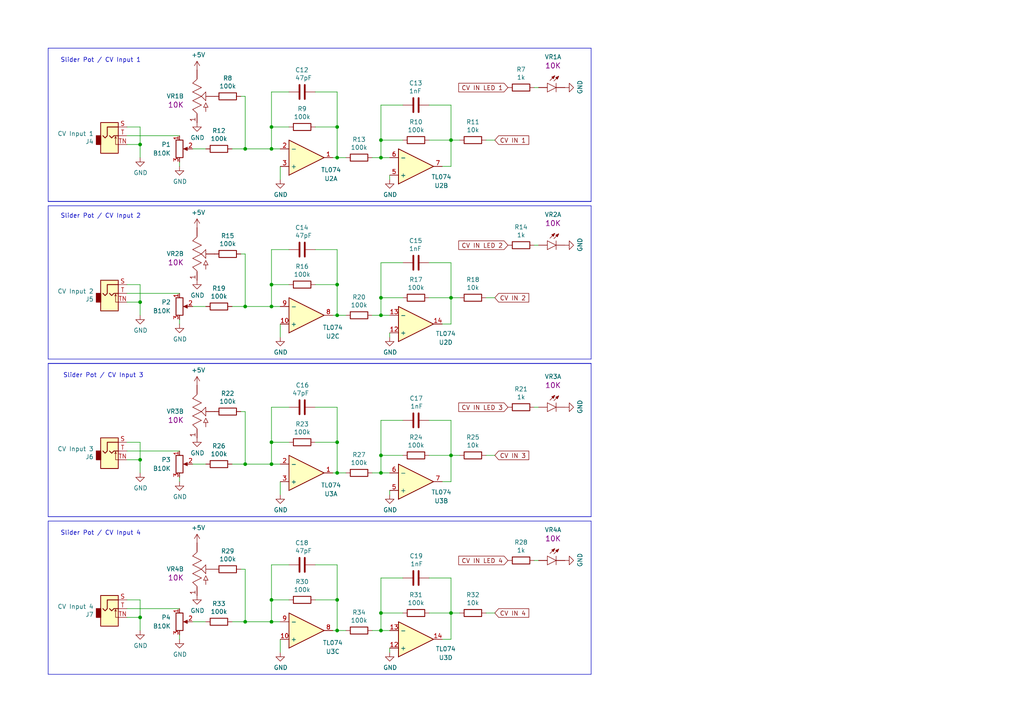
<source format=kicad_sch>
(kicad_sch (version 20231120) (generator "eeschema") (generator_version "8.0")
  (paper "A4")
  (title_block (title "Fluid") (date "2024-08-14") (rev "v0.1") (company "AWSM") (comment 1 "Adam Wonak"))
  (lib_symbols
    (symbol "4ms_Potentiometer:Pot_Slider_LED_20mm_100K" (pin_numbers hide) (pin_names (offset 1.016) hide)
      (property "Reference" "VR" (at 8.89 7.62 0))
      (property "Display" "LED Slider" (at 7.62 5.08 0))
      (symbol "Pot_Slider_LED_20mm_100K_1_0"
        (polyline (pts (xy 0 -1.27) (xy 0 0)))
        (polyline (pts (xy 0 0) (xy 0 1.27)))
        (polyline (pts (xy 0 0) (xy 2.54 1.27)))
        (polyline (pts (xy 0.635 1.905) (xy -0.762 3.302)))
        (polyline (pts (xy 1.778 2.032) (xy 0.381 3.429)))
        (polyline (pts (xy 2.54 -1.27) (xy 0 0)))
        (polyline (pts (xy 2.54 -1.27) (xy 2.54 1.27)))
      )
      (symbol "Pot_Slider_LED_20mm_100K_1_1"
        (polyline (pts (xy -0.762 3.302) (xy 0.127 2.921) (xy 0.127 2.921) (xy -0.381 2.413) (xy -0.381 2.413) (xy -0.762 3.302)) (fill (type outline)))
        (polyline (pts (xy 0.381 3.429) (xy 1.27 3.048) (xy 1.27 3.048) (xy 0.762 2.54) (xy 0.762 2.54) (xy 0.381 3.429)) (fill (type outline)))
        (pin passive line (at 5.08 0 180) (length 2.54) (name "A") (number "LEDA"))
        (pin passive line (at -2.54 0 0) (length 2.54) (name "C") (number "LEDC"))
      )
      (symbol "Pot_Slider_LED_20mm_100K_2_0"
        (polyline (pts (xy -1.27 -3.81) (xy 0 -4.953)))
        (polyline (pts (xy -1.27 -1.27) (xy 1.27 -2.54)))
        (polyline (pts (xy -1.27 1.27) (xy 1.27 0)))
        (polyline (pts (xy -1.27 3.81) (xy 1.27 2.54)))
        (polyline (pts (xy 0 4.953) (xy -1.27 3.81)))
        (polyline (pts (xy 1.27 -2.54) (xy -1.27 -3.81)))
        (polyline (pts (xy 1.27 0) (xy -1.27 -1.27)))
        (polyline (pts (xy 1.27 0) (xy 2.54 1.27)))
        (polyline (pts (xy 1.27 2.54) (xy -1.27 1.27)))
        (polyline (pts (xy 1.905 -3.175) (xy 2.54 -3.175)))
        (polyline (pts (xy 2.54 -4.445) (xy 2.54 -3.175)))
        (polyline (pts (xy 2.54 -3.175) (xy 3.175 -3.175)))
        (polyline (pts (xy 2.54 -1.905) (xy 1.905 -3.175)))
        (polyline (pts (xy 2.54 -1.27) (xy 1.27 0)))
        (polyline (pts (xy 2.54 1.27) (xy 2.54 -1.27)))
        (polyline (pts (xy 3.175 -3.175) (xy 2.54 -1.905)))
        (text "1" (at -1.2192 -6.7056 900) (effects (font (size 1.4224 1.4224))))
      )
      (symbol "Pot_Slider_LED_20mm_100K_2_1"
        (pin no_connect non_logic (at -1.27 0 0) (length 2.54) hide (name "NC") (number "NC"))
        (pin passive line (at 0 -7.62 90) (length 2.54) (name "1") (number "P1"))
        (pin passive line (at 5.08 0 180) (length 2.54) (name "2") (number "P2"))
        (pin passive line (at 0 7.62 270) (length 2.54) (name "3") (number "P3"))
      )
    )
    (symbol "Connector:AudioJack2_SwitchT"
      (property "Reference" "J" (at 0 8.89 0))
      (property "Value" "AudioJack2_SwitchT" (at 0 6.35 0))
      (symbol "AudioJack2_SwitchT_0_1"
        (rectangle (start -2.54 0) (end -3.81 -2.54) (stroke (width 0.254)) (fill (type outline)))
        (polyline (pts (xy 1.778 -0.254) (xy 2.032 -0.762)))
        (polyline (pts (xy 0 0) (xy 0.635 -0.635) (xy 1.27 0) (xy 2.54 0)) (stroke (width 0.254)))
        (polyline (pts (xy 2.54 -2.54) (xy 1.778 -2.54) (xy 1.778 -0.254) (xy 1.524 -0.762)))
        (polyline (pts (xy 2.54 2.54) (xy -0.635 2.54) (xy -0.635 0) (xy -1.27 -0.635) (xy -1.905 0)) (stroke (width 0.254)))
        (rectangle (start 2.54 3.81) (end -2.54 -5.08) (stroke (width 0.254)) (fill (type background)))
      )
      (symbol "AudioJack2_SwitchT_1_1"
        (pin passive line (at 5.08 2.54 180) (length 2.54) (name "~") (number "S"))
        (pin passive line (at 5.08 0 180) (length 2.54) (name "~") (number "T"))
        (pin passive line (at 5.08 -2.54 180) (length 2.54) (name "~") (number "TN"))
      )
    )
    (symbol "Device:C" (pin_numbers hide) (pin_names (offset 0.254))
      (property "Reference" "C" (at 0.635 2.54 0))
      (property "Value" "C" (at 0.635 -2.54 0))
      (symbol "C_0_1"
        (polyline (pts (xy -2.032 -0.762) (xy 2.032 -0.762)) (stroke (width 0.508)))
        (polyline (pts (xy -2.032 0.762) (xy 2.032 0.762)) (stroke (width 0.508)))
      )
      (symbol "C_1_1"
        (pin passive line (at 0 3.81 270) (length 2.794) (name "~") (number "1"))
        (pin passive line (at 0 -3.81 90) (length 2.794) (name "~") (number "2"))
      )
    )
    (symbol "Device:Opamp_Quad"
      (property "Reference" "U" (at 0 5.08 0))
      (property "Value" "Opamp_Quad" (at 0 -5.08 0))
      (symbol "Opamp_Quad_1_1"
        (polyline (pts (xy -5.08 5.08) (xy 5.08 0) (xy -5.08 -5.08) (xy -5.08 5.08)) (stroke (width 0.254)) (fill (type background)))
        (pin output line (at 7.62 0 180) (length 2.54) (name "~") (number "1"))
        (pin input line (at -7.62 -2.54 0) (length 2.54) (name "-") (number "2"))
        (pin input line (at -7.62 2.54 0) (length 2.54) (name "+") (number "3"))
      )
      (symbol "Opamp_Quad_2_1"
        (polyline (pts (xy -5.08 5.08) (xy 5.08 0) (xy -5.08 -5.08) (xy -5.08 5.08)) (stroke (width 0.254)) (fill (type background)))
        (pin input line (at -7.62 2.54 0) (length 2.54) (name "+") (number "5"))
        (pin input line (at -7.62 -2.54 0) (length 2.54) (name "-") (number "6"))
        (pin output line (at 7.62 0 180) (length 2.54) (name "~") (number "7"))
      )
      (symbol "Opamp_Quad_3_1"
        (polyline (pts (xy -5.08 5.08) (xy 5.08 0) (xy -5.08 -5.08) (xy -5.08 5.08)) (stroke (width 0.254)) (fill (type background)))
        (pin input line (at -7.62 2.54 0) (length 2.54) (name "+") (number "10"))
        (pin output line (at 7.62 0 180) (length 2.54) (name "~") (number "8"))
        (pin input line (at -7.62 -2.54 0) (length 2.54) (name "-") (number "9"))
      )
      (symbol "Opamp_Quad_4_1"
        (polyline (pts (xy -5.08 5.08) (xy 5.08 0) (xy -5.08 -5.08) (xy -5.08 5.08)) (stroke (width 0.254)) (fill (type background)))
        (pin input line (at -7.62 2.54 0) (length 2.54) (name "+") (number "12"))
        (pin input line (at -7.62 -2.54 0) (length 2.54) (name "-") (number "13"))
        (pin output line (at 7.62 0 180) (length 2.54) (name "~") (number "14"))
      )
      (symbol "Opamp_Quad_5_1"
        (pin power_in line (at -2.54 -7.62 90) (length 3.81) (name "V-") (number "11"))
        (pin power_in line (at -2.54 7.62 270) (length 3.81) (name "V+") (number "4"))
      )
    )
    (symbol "Device:R" (pin_numbers hide) (pin_names (offset 0))
      (property "Reference" "R" (at 2.032 0 90))
      (property "Value" "R" (at 0 0 90))
      (symbol "R_0_1"
        (rectangle (start -1.016 -2.54) (end 1.016 2.54) (stroke (width 0.254)))
      )
      (symbol "R_1_1"
        (pin passive line (at 0 3.81 270) (length 1.27) (name "~") (number "1"))
        (pin passive line (at 0 -3.81 90) (length 1.27) (name "~") (number "2"))
      )
    )
    (symbol "Device:R_Potentiometer" (pin_names (offset 1.016) hide)
      (property "Reference" "RV" (at -4.445 0 90))
      (property "Value" "R_Potentiometer" (at -2.54 0 90))
      (symbol "R_Potentiometer_0_1"
        (polyline (pts (xy 2.54 0) (xy 1.524 0)))
        (polyline (pts (xy 1.143 0) (xy 2.286 0.508) (xy 2.286 -0.508) (xy 1.143 0)) (fill (type outline)))
        (rectangle (start 1.016 2.54) (end -1.016 -2.54) (stroke (width 0.254)))
      )
      (symbol "R_Potentiometer_1_1"
        (pin passive line (at 0 3.81 270) (length 1.27) (name "1") (number "1"))
        (pin passive line (at 3.81 0 180) (length 1.27) (name "2") (number "2"))
        (pin passive line (at 0 -3.81 90) (length 1.27) (name "3") (number "3"))
      )
    )
    (symbol "power:+5V" (power) (pin_names (offset 0))
      (property "Value" "+5V" (at 0 3.556 0))
      (symbol "+5V_0_1"
        (polyline (pts (xy -0.762 1.27) (xy 0 2.54)))
        (polyline (pts (xy 0 0) (xy 0 2.54)))
        (polyline (pts (xy 0 2.54) (xy 0.762 1.27)))
      )
      (symbol "+5V_1_1"
        (pin power_in line (at 0 0 90) (length 0) hide (name "+5V") (number "1"))
      )
    )
    (symbol "power:GND" (power) (pin_names (offset 0))
      (property "Value" "GND" (at 0 -3.81 0))
      (symbol "GND_0_1"
        (polyline (pts (xy 0 0) (xy 0 -1.27) (xy 1.27 -1.27) (xy 0 -2.54) (xy -1.27 -1.27) (xy 0 -1.27)))
      )
      (symbol "GND_1_1"
        (pin power_in line (at 0 0 270) (length 0) hide (name "GND") (number "1"))
      )
    )
  )
  (junction (at 97.79 182.88))
  (junction (at 97.79 173.99))
  (junction (at 110.49 40.64))
  (junction (at 97.79 45.72))
  (junction (at 110.49 132.08))
  (junction (at 71.12 180.34))
  (junction (at 78.74 128.27))
  (junction (at 110.49 137.16))
  (junction (at 40.64 179.07))
  (junction (at 40.64 41.91))
  (junction (at 78.74 36.83))
  (junction (at 97.79 137.16))
  (junction (at 110.49 182.88))
  (junction (at 97.79 128.27))
  (junction (at 110.49 45.72))
  (junction (at 78.74 180.34))
  (junction (at 130.81 177.8))
  (junction (at 71.12 134.62))
  (junction (at 40.64 87.63))
  (junction (at 78.74 43.18))
  (junction (at 97.79 36.83))
  (junction (at 110.49 91.44))
  (junction (at 78.74 88.9))
  (junction (at 130.81 132.08))
  (junction (at 110.49 177.8))
  (junction (at 78.74 173.99))
  (junction (at 97.79 91.44))
  (junction (at 71.12 43.18))
  (junction (at 40.64 133.35))
  (junction (at 130.81 40.64))
  (junction (at 78.74 82.55))
  (junction (at 71.12 88.9))
  (junction (at 78.74 134.62))
  (junction (at 130.81 86.36))
  (junction (at 110.49 86.36))
  (junction (at 97.79 82.55))
  (wire (pts (xy 71.12 165.1) (xy 69.85 165.1)))
  (wire (pts (xy 71.12 134.62) (xy 78.74 134.62)))
  (wire (pts (xy 78.74 82.55) (xy 83.82 82.55)))
  (wire (pts (xy 110.49 177.8) (xy 110.49 182.88)))
  (wire (pts (xy 140.97 40.64) (xy 143.51 40.64)))
  (wire (pts (xy 97.79 45.72) (xy 97.79 36.83)))
  (polyline (pts (xy 13.97 105.41) (xy 13.97 149.86)))
  (wire (pts (xy 97.79 128.27) (xy 97.79 118.11)))
  (wire (pts (xy 67.31 180.34) (xy 71.12 180.34)))
  (wire (pts (xy 113.03 189.23) (xy 113.03 187.96)))
  (wire (pts (xy 97.79 72.39) (xy 91.44 72.39)))
  (wire (pts (xy 113.03 91.44) (xy 110.49 91.44)))
  (wire (pts (xy 97.79 91.44) (xy 97.79 82.55)))
  (wire (pts (xy 71.12 88.9) (xy 78.74 88.9)))
  (wire (pts (xy 124.46 30.48) (xy 130.81 30.48)))
  (wire (pts (xy 140.97 177.8) (xy 143.51 177.8)))
  (wire (pts (xy 116.84 121.92) (xy 110.49 121.92)))
  (wire (pts (xy 130.81 185.42) (xy 130.81 177.8)))
  (wire (pts (xy 110.49 30.48) (xy 110.49 40.64)))
  (wire (pts (xy 71.12 27.94) (xy 71.12 43.18)))
  (wire (pts (xy 91.44 128.27) (xy 97.79 128.27)))
  (wire (pts (xy 71.12 180.34) (xy 78.74 180.34)))
  (wire (pts (xy 55.88 134.62) (xy 59.69 134.62)))
  (wire (pts (xy 128.27 139.7) (xy 130.81 139.7)))
  (wire (pts (xy 154.94 25.4) (xy 156.21 25.4)))
  (wire (pts (xy 55.88 43.18) (xy 59.69 43.18)))
  (wire (pts (xy 40.64 36.83) (xy 40.64 41.91)))
  (wire (pts (xy 97.79 26.67) (xy 91.44 26.67)))
  (wire (pts (xy 100.33 182.88) (xy 97.79 182.88)))
  (wire (pts (xy 116.84 76.2) (xy 110.49 76.2)))
  (wire (pts (xy 107.95 137.16) (xy 110.49 137.16)))
  (wire (pts (xy 78.74 180.34) (xy 78.74 173.99)))
  (wire (pts (xy 110.49 40.64) (xy 116.84 40.64)))
  (wire (pts (xy 100.33 45.72) (xy 97.79 45.72)))
  (wire (pts (xy 71.12 27.94) (xy 69.85 27.94)))
  (wire (pts (xy 52.07 138.43) (xy 52.07 139.7)))
  (wire (pts (xy 78.74 26.67) (xy 78.74 36.83)))
  (wire (pts (xy 91.44 173.99) (xy 97.79 173.99)))
  (polyline (pts (xy 13.97 105.41) (xy 171.45 105.41)))
  (polyline (pts (xy 13.97 13.97) (xy 171.45 13.97)))
  (polyline (pts (xy 13.97 149.86) (xy 171.45 149.86)))
  (wire (pts (xy 124.46 86.36) (xy 130.81 86.36)))
  (wire (pts (xy 71.12 73.66) (xy 69.85 73.66)))
  (polyline (pts (xy 171.45 104.14) (xy 13.97 104.14)))
  (wire (pts (xy 113.03 52.07) (xy 113.03 50.8)))
  (wire (pts (xy 130.81 86.36) (xy 133.35 86.36)))
  (wire (pts (xy 78.74 180.34) (xy 81.28 180.34)))
  (wire (pts (xy 71.12 43.18) (xy 78.74 43.18)))
  (wire (pts (xy 124.46 177.8) (xy 130.81 177.8)))
  (wire (pts (xy 130.81 48.26) (xy 130.81 40.64)))
  (wire (pts (xy 113.03 182.88) (xy 110.49 182.88)))
  (wire (pts (xy 130.81 86.36) (xy 130.81 76.2)))
  (wire (pts (xy 97.79 82.55) (xy 97.79 72.39)))
  (wire (pts (xy 154.94 71.12) (xy 156.21 71.12)))
  (wire (pts (xy 78.74 173.99) (xy 83.82 173.99)))
  (wire (pts (xy 107.95 182.88) (xy 110.49 182.88)))
  (wire (pts (xy 110.49 76.2) (xy 110.49 86.36)))
  (wire (pts (xy 40.64 133.35) (xy 40.64 137.16)))
  (polyline (pts (xy 13.97 58.42) (xy 171.45 58.42)))
  (wire (pts (xy 78.74 88.9) (xy 81.28 88.9)))
  (wire (pts (xy 67.31 88.9) (xy 71.12 88.9)))
  (wire (pts (xy 40.64 41.91) (xy 40.64 45.72)))
  (wire (pts (xy 78.74 88.9) (xy 78.74 82.55)))
  (wire (pts (xy 110.49 86.36) (xy 116.84 86.36)))
  (polyline (pts (xy 171.45 59.69) (xy 171.45 104.14)))
  (wire (pts (xy 78.74 72.39) (xy 78.74 82.55)))
  (wire (pts (xy 91.44 82.55) (xy 97.79 82.55)))
  (wire (pts (xy 52.07 184.15) (xy 52.07 185.42)))
  (wire (pts (xy 107.95 45.72) (xy 110.49 45.72)))
  (polyline (pts (xy 13.97 105.41) (xy 171.45 105.41)))
  (wire (pts (xy 130.81 177.8) (xy 130.81 167.64)))
  (wire (pts (xy 124.46 40.64) (xy 130.81 40.64)))
  (wire (pts (xy 81.28 97.79) (xy 81.28 93.98)))
  (wire (pts (xy 36.83 128.27) (xy 40.64 128.27)))
  (wire (pts (xy 124.46 76.2) (xy 130.81 76.2)))
  (wire (pts (xy 55.88 180.34) (xy 59.69 180.34)))
  (wire (pts (xy 83.82 163.83) (xy 78.74 163.83)))
  (wire (pts (xy 36.83 36.83) (xy 40.64 36.83)))
  (polyline (pts (xy 13.97 151.13) (xy 13.97 195.58)))
  (wire (pts (xy 128.27 185.42) (xy 130.81 185.42)))
  (wire (pts (xy 81.28 143.51) (xy 81.28 139.7)))
  (wire (pts (xy 124.46 132.08) (xy 130.81 132.08)))
  (polyline (pts (xy 13.97 59.69) (xy 171.45 59.69)))
  (polyline (pts (xy 13.97 58.42) (xy 171.45 58.42)))
  (wire (pts (xy 36.83 39.37) (xy 52.07 39.37)))
  (polyline (pts (xy 13.97 13.97) (xy 13.97 58.42)))
  (wire (pts (xy 67.31 134.62) (xy 71.12 134.62)))
  (polyline (pts (xy 13.97 195.58) (xy 171.45 195.58)))
  (wire (pts (xy 96.52 91.44) (xy 97.79 91.44)))
  (wire (pts (xy 71.12 73.66) (xy 71.12 88.9)))
  (wire (pts (xy 124.46 167.64) (xy 130.81 167.64)))
  (wire (pts (xy 40.64 128.27) (xy 40.64 133.35)))
  (wire (pts (xy 124.46 121.92) (xy 130.81 121.92)))
  (wire (pts (xy 78.74 36.83) (xy 83.82 36.83)))
  (wire (pts (xy 78.74 134.62) (xy 78.74 128.27)))
  (wire (pts (xy 96.52 182.88) (xy 97.79 182.88)))
  (wire (pts (xy 40.64 133.35) (xy 36.83 133.35)))
  (wire (pts (xy 71.12 119.38) (xy 69.85 119.38)))
  (wire (pts (xy 128.27 48.26) (xy 130.81 48.26)))
  (wire (pts (xy 154.94 162.56) (xy 156.21 162.56)))
  (polyline (pts (xy 171.45 195.58) (xy 171.45 151.13)))
  (wire (pts (xy 78.74 118.11) (xy 78.74 128.27)))
  (wire (pts (xy 71.12 119.38) (xy 71.12 134.62)))
  (wire (pts (xy 36.83 85.09) (xy 52.07 85.09)))
  (wire (pts (xy 36.83 130.81) (xy 52.07 130.81)))
  (wire (pts (xy 113.03 97.79) (xy 113.03 96.52)))
  (wire (pts (xy 97.79 118.11) (xy 91.44 118.11)))
  (wire (pts (xy 110.49 177.8) (xy 116.84 177.8)))
  (wire (pts (xy 130.81 132.08) (xy 130.81 121.92)))
  (wire (pts (xy 78.74 163.83) (xy 78.74 173.99)))
  (wire (pts (xy 78.74 36.83) (xy 78.74 43.18)))
  (wire (pts (xy 113.03 45.72) (xy 110.49 45.72)))
  (wire (pts (xy 67.31 43.18) (xy 71.12 43.18)))
  (wire (pts (xy 81.28 52.07) (xy 81.28 48.26)))
  (wire (pts (xy 40.64 179.07) (xy 40.64 182.88)))
  (wire (pts (xy 140.97 86.36) (xy 143.51 86.36)))
  (wire (pts (xy 78.74 43.18) (xy 81.28 43.18)))
  (wire (pts (xy 110.49 132.08) (xy 110.49 137.16)))
  (wire (pts (xy 154.94 118.11) (xy 156.21 118.11)))
  (wire (pts (xy 40.64 179.07) (xy 36.83 179.07)))
  (wire (pts (xy 40.64 87.63) (xy 40.64 91.44)))
  (wire (pts (xy 40.64 82.55) (xy 40.64 87.63)))
  (wire (pts (xy 110.49 167.64) (xy 110.49 177.8)))
  (wire (pts (xy 55.88 88.9) (xy 59.69 88.9)))
  (wire (pts (xy 81.28 189.23) (xy 81.28 185.42)))
  (wire (pts (xy 110.49 86.36) (xy 110.49 91.44)))
  (wire (pts (xy 140.97 132.08) (xy 143.51 132.08)))
  (wire (pts (xy 96.52 45.72) (xy 97.79 45.72)))
  (wire (pts (xy 97.79 137.16) (xy 97.79 128.27)))
  (wire (pts (xy 113.03 143.51) (xy 113.03 142.24)))
  (wire (pts (xy 110.49 121.92) (xy 110.49 132.08)))
  (wire (pts (xy 97.79 163.83) (xy 91.44 163.83)))
  (wire (pts (xy 36.83 176.53) (xy 52.07 176.53)))
  (wire (pts (xy 40.64 87.63) (xy 36.83 87.63)))
  (wire (pts (xy 130.81 132.08) (xy 133.35 132.08)))
  (wire (pts (xy 128.27 93.98) (xy 130.81 93.98)))
  (wire (pts (xy 52.07 92.71) (xy 52.07 93.98)))
  (wire (pts (xy 130.81 139.7) (xy 130.81 132.08)))
  (wire (pts (xy 96.52 137.16) (xy 97.79 137.16)))
  (wire (pts (xy 83.82 118.11) (xy 78.74 118.11)))
  (polyline (pts (xy 13.97 149.86) (xy 171.45 149.86)))
  (wire (pts (xy 91.44 36.83) (xy 97.79 36.83)))
  (wire (pts (xy 100.33 137.16) (xy 97.79 137.16)))
  (wire (pts (xy 107.95 91.44) (xy 110.49 91.44)))
  (wire (pts (xy 130.81 40.64) (xy 130.81 30.48)))
  (wire (pts (xy 97.79 182.88) (xy 97.79 173.99)))
  (wire (pts (xy 52.07 46.99) (xy 52.07 48.26)))
  (wire (pts (xy 40.64 41.91) (xy 36.83 41.91)))
  (wire (pts (xy 40.64 173.99) (xy 40.64 179.07)))
  (wire (pts (xy 110.49 40.64) (xy 110.49 45.72)))
  (wire (pts (xy 36.83 82.55) (xy 40.64 82.55)))
  (wire (pts (xy 130.81 177.8) (xy 133.35 177.8)))
  (wire (pts (xy 130.81 40.64) (xy 133.35 40.64)))
  (wire (pts (xy 130.81 93.98) (xy 130.81 86.36)))
  (wire (pts (xy 78.74 134.62) (xy 81.28 134.62)))
  (wire (pts (xy 71.12 165.1) (xy 71.12 180.34)))
  (wire (pts (xy 100.33 91.44) (xy 97.79 91.44)))
  (wire (pts (xy 36.83 173.99) (xy 40.64 173.99)))
  (wire (pts (xy 113.03 137.16) (xy 110.49 137.16)))
  (wire (pts (xy 83.82 72.39) (xy 78.74 72.39)))
  (polyline (pts (xy 171.45 149.86) (xy 171.45 105.41)))
  (polyline (pts (xy 13.97 59.69) (xy 13.97 104.14)))
  (wire (pts (xy 97.79 36.83) (xy 97.79 26.67)))
  (wire (pts (xy 116.84 167.64) (xy 110.49 167.64)))
  (wire (pts (xy 97.79 173.99) (xy 97.79 163.83)))
  (wire (pts (xy 78.74 128.27) (xy 83.82 128.27)))
  (wire (pts (xy 116.84 30.48) (xy 110.49 30.48)))
  (wire (pts (xy 110.49 132.08) (xy 116.84 132.08)))
  (polyline (pts (xy 171.45 151.13) (xy 13.97 151.13)))
  (polyline (pts (xy 171.45 58.42) (xy 171.45 13.97)))
  (wire (pts (xy 83.82 26.67) (xy 78.74 26.67)))
  (text "Slider Pot / CV Input 2" (at 17.526 62.738 0) (effects (font (size 1.27 1.27)) (justify left)))
  (text "Slider Pot / CV Input 4\n" (at 17.526 154.686 0) (effects (font (size 1.27 1.27)) (justify left)))
  (text "Slider Pot / CV Input 1" (at 17.526 17.526 0) (effects (font (size 1.27 1.27)) (justify left)))
  (text "Slider Pot / CV Input 3\n" (at 18.288 108.966 0) (effects (font (size 1.27 1.27)) (justify left)))
  (global_label "CV IN LED 1" (shape input) (at 147.32 25.4 180) (property "Intersheetrefs" "${INTERSHEET_REFS}" (effects (hide yes))))
  (global_label "CV IN 3" (shape input) (at 143.51 132.08 0) (property "Intersheetrefs" "${INTERSHEET_REFS}" (effects (hide yes))))
  (global_label "CV IN LED 4" (shape input) (at 147.32 162.56 180) (property "Intersheetrefs" "${INTERSHEET_REFS}" (effects (hide yes))))
  (global_label "CV IN 2" (shape input) (at 143.51 86.36 0) (property "Intersheetrefs" "${INTERSHEET_REFS}" (effects (hide yes))))
  (global_label "CV IN 1" (shape input) (at 143.51 40.64 0) (property "Intersheetrefs" "${INTERSHEET_REFS}" (effects (hide yes))))
  (global_label "CV IN 4" (shape input) (at 143.51 177.8 0) (property "Intersheetrefs" "${INTERSHEET_REFS}" (effects (hide yes))))
  (global_label "CV IN LED 2" (shape input) (at 147.32 71.12 180) (property "Intersheetrefs" "${INTERSHEET_REFS}" (effects (hide yes))))
  (global_label "CV IN LED 3" (shape input) (at 147.32 118.11 180) (property "Intersheetrefs" "${INTERSHEET_REFS}" (effects (hide yes))))
  (symbol (lib_id "Connector:AudioJack2_SwitchT") (at 31.75 39.37 0) (unit 1)
    (property "Reference" "J4" (at 27.178 41.0718 0) (effects (justify right)))
    (property "Value" "CV Input 1" (at 27.178 38.7604 0) (effects (justify right)))
    (property "Footprint" "PJ398SM:Jack_3.5mm_QingPu_WQP-PJ398SM_Vertical_CircularHoles_3dModel" (effects (hide yes)))
  )
  (symbol (lib_id "Device:R") (at 63.5 134.62 90) (mirror x) (unit 1)
    (property "Reference" "R26" (at 63.5 129.3622 90))
    (property "Value" "100k" (at 63.5 131.6736 90))
    (property "Footprint" "Resistor_SMD:R_0402_1005Metric" (effects (hide yes)))
    (property "LCSC" "C25741" (effects (hide yes)))
  )
  (symbol (lib_id "Device:Opamp_Quad") (at 120.65 48.26 0) (mirror x) (unit 2)
    (property "Reference" "U2" (at 128.016 53.848 0))
    (property "Value" "TL074" (at 128.016 51.308 0))
    (property "Footprint" "Package_SO:SOIC-14_3.9x8.7mm_P1.27mm" (effects (hide yes)))
    (property "Description" "Quad operational amplifier" (effects (hide yes)))
    (property "Sim.Library" "${KICAD7_SYMBOL_DIR}/Simulation_SPICE.sp" (effects (hide yes)))
    (property "Sim.Name" "kicad_builtin_opamp_quad" (effects (hide yes)))
    (property "Sim.Device" "SUBCKT" (effects (hide yes)))
    (property "Sim.Pins" "1=out1 2=in1- 3=in1+ 4=vcc 5=in2+ 6=in2- 7=out2 8=out3 9=in3- 10=in3+ 11=vee 12=in4+ 13=in4- 14=out4" (effects (hide yes)))
    (property "LCSC" "C6963" (effects (hide yes)))
  )
  (symbol (lib_id "Device:Opamp_Quad") (at 88.9 91.44 0) (mirror x) (unit 3)
    (property "Reference" "U2" (at 96.52 97.536 0))
    (property "Value" "TL074" (at 96.52 94.996 0))
    (property "Footprint" "Package_SO:SOIC-14_3.9x8.7mm_P1.27mm" (effects (hide yes)))
    (property "Description" "Quad operational amplifier" (effects (hide yes)))
    (property "Sim.Library" "${KICAD7_SYMBOL_DIR}/Simulation_SPICE.sp" (effects (hide yes)))
    (property "Sim.Name" "kicad_builtin_opamp_quad" (effects (hide yes)))
    (property "Sim.Device" "SUBCKT" (effects (hide yes)))
    (property "Sim.Pins" "1=out1 2=in1- 3=in1+ 4=vcc 5=in2+ 6=in2- 7=out2 8=out3 9=in3- 10=in3+ 11=vee 12=in4+ 13=in4- 14=out4" (effects (hide yes)))
    (property "LCSC" "C6963" (effects (hide yes)))
  )
  (symbol (lib_id "Device:R") (at 66.04 73.66 270) (unit 1)
    (property "Reference" "R15" (at 66.04 68.4022 90))
    (property "Value" "100k" (at 66.04 70.7136 90))
    (property "Footprint" "Resistor_SMD:R_0402_1005Metric" (effects (hide yes)))
    (property "LCSC" "C25741" (effects (hide yes)))
  )
  (symbol (lib_id "4ms_Potentiometer:Pot_Slider_LED_20mm_100K") (at 161.29 71.12 0) (mirror y) (unit 1)
    (property "Reference" "VR2" (at 160.401 62.23 0))
    (property "Value" "10K" (effects (hide yes)))
    (property "Footprint" "RA2045F:Pot_Slider_LED_20mm_RA2045F" (effects (hide yes)))
    (property "Display" "10K" (at 160.401 64.77 0) (effects (font (size 1.524 1.524))))
  )
  (symbol (lib_id "power:GND") (at 163.83 71.12 90) (unit 1)
    (property "Reference" "#PWR039" (effects (hide yes)))
    (property "Value" "GND" (at 168.2242 70.993 0))
  )
  (symbol (lib_id "power:GND") (at 163.83 25.4 90) (unit 1)
    (property "Reference" "#PWR032" (effects (hide yes)))
    (property "Value" "GND" (at 168.2242 25.273 0))
  )
  (symbol (lib_id "power:GND") (at 81.28 143.51 0) (unit 1)
    (property "Reference" "#PWR050" (effects (hide yes)))
    (property "Value" "GND" (at 81.407 147.9042 0))
  )
  (symbol (lib_id "power:+5V") (at 57.15 157.48 0) (unit 1)
    (property "Reference" "#PWR052" (effects (hide yes)))
    (property "Value" "+5V" (at 57.531 153.0858 0))
  )
  (symbol (lib_id "power:GND") (at 113.03 189.23 0) (unit 1)
    (property "Reference" "#PWR058" (effects (hide yes)))
    (property "Value" "GND" (at 113.157 193.6242 0))
  )
  (symbol (lib_id "Device:C") (at 120.65 30.48 270) (mirror x) (unit 1)
    (property "Reference" "C13" (at 118.618 24.1046 90) (effects (justify left)))
    (property "Value" "1nF" (at 118.618 26.416 90) (effects (justify left)))
    (property "Footprint" "Capacitor_SMD:C_0402_1005Metric" (effects (hide yes)))
    (property "LCSC" "C1523" (effects (hide yes)))
  )
  (symbol (lib_id "Device:R") (at 137.16 177.8 90) (mirror x) (unit 1)
    (property "Reference" "R32" (at 137.16 172.5422 90))
    (property "Value" "10k" (at 137.16 174.8536 90))
    (property "Footprint" "Resistor_SMD:R_0402_1005Metric" (effects (hide yes)))
    (property "LCSC" "C25744" (effects (hide yes)))
  )
  (symbol (lib_id "Device:C") (at 87.63 26.67 270) (mirror x) (unit 1)
    (property "Reference" "C12" (at 85.598 20.2946 90) (effects (justify left)))
    (property "Value" "47pF" (at 85.598 22.606 90) (effects (justify left)))
    (property "Footprint" "Capacitor_SMD:C_0402_1005Metric" (effects (hide yes)))
    (property "LCSC" "C1567" (effects (hide yes)))
  )
  (symbol (lib_id "4ms_Potentiometer:Pot_Slider_LED_20mm_100K") (at 161.29 118.11 0) (mirror y) (unit 1)
    (property "Reference" "VR3" (at 160.401 109.22 0))
    (property "Value" "10K" (effects (hide yes)))
    (property "Footprint" "RA2045F:Pot_Slider_LED_20mm_RA2045F" (effects (hide yes)))
    (property "Display" "10K" (at 160.401 111.76 0) (effects (font (size 1.524 1.524))))
  )
  (symbol (lib_id "Device:R") (at 120.65 40.64 90) (mirror x) (unit 1)
    (property "Reference" "R10" (at 120.65 35.3822 90))
    (property "Value" "100k" (at 120.65 37.6936 90))
    (property "Footprint" "Resistor_SMD:R_0402_1005Metric" (effects (hide yes)))
    (property "LCSC" "C25741" (effects (hide yes)))
  )
  (symbol (lib_id "Device:R") (at 87.63 82.55 90) (mirror x) (unit 1)
    (property "Reference" "R16" (at 87.63 77.2922 90))
    (property "Value" "100k" (at 87.63 79.6036 90))
    (property "Footprint" "Resistor_SMD:R_0402_1005Metric" (effects (hide yes)))
    (property "LCSC" "C25741" (effects (hide yes)))
  )
  (symbol (lib_id "Device:Opamp_Quad") (at 88.9 182.88 0) (mirror x) (unit 3)
    (property "Reference" "U3" (at 96.52 188.976 0))
    (property "Value" "TL074" (at 96.52 186.436 0))
    (property "Footprint" "Package_SO:SOIC-14_3.9x8.7mm_P1.27mm" (effects (hide yes)))
    (property "Description" "Quad operational amplifier" (effects (hide yes)))
    (property "Sim.Library" "${KICAD7_SYMBOL_DIR}/Simulation_SPICE.sp" (effects (hide yes)))
    (property "Sim.Name" "kicad_builtin_opamp_quad" (effects (hide yes)))
    (property "Sim.Device" "SUBCKT" (effects (hide yes)))
    (property "Sim.Pins" "1=out1 2=in1- 3=in1+ 4=vcc 5=in2+ 6=in2- 7=out2 8=out3 9=in3- 10=in3+ 11=vee 12=in4+ 13=in4- 14=out4" (effects (hide yes)))
    (property "LCSC" "C6963" (effects (hide yes)))
  )
  (symbol (lib_id "Device:Opamp_Quad") (at 120.65 185.42 0) (mirror x) (unit 4)
    (property "Reference" "U3" (at 129.286 190.754 0))
    (property "Value" "TL074" (at 129.286 188.214 0))
    (property "Footprint" "Package_SO:SOIC-14_3.9x8.7mm_P1.27mm" (effects (hide yes)))
    (property "Description" "Quad operational amplifier" (effects (hide yes)))
    (property "Sim.Library" "${KICAD7_SYMBOL_DIR}/Simulation_SPICE.sp" (effects (hide yes)))
    (property "Sim.Name" "kicad_builtin_opamp_quad" (effects (hide yes)))
    (property "Sim.Device" "SUBCKT" (effects (hide yes)))
    (property "Sim.Pins" "1=out1 2=in1- 3=in1+ 4=vcc 5=in2+ 6=in2- 7=out2 8=out3 9=in3- 10=in3+ 11=vee 12=in4+ 13=in4- 14=out4" (effects (hide yes)))
    (property "LCSC" "C6963" (effects (hide yes)))
  )
  (symbol (lib_id "Device:R") (at 87.63 173.99 90) (mirror x) (unit 1)
    (property "Reference" "R30" (at 87.63 168.7322 90))
    (property "Value" "100k" (at 87.63 171.0436 90))
    (property "Footprint" "Resistor_SMD:R_0402_1005Metric" (effects (hide yes)))
    (property "LCSC" "C25741" (effects (hide yes)))
  )
  (symbol (lib_id "Device:C") (at 87.63 72.39 270) (mirror x) (unit 1)
    (property "Reference" "C14" (at 85.598 66.0146 90) (effects (justify left)))
    (property "Value" "47pF" (at 85.598 68.326 90) (effects (justify left)))
    (property "Footprint" "Capacitor_SMD:C_0402_1005Metric" (effects (hide yes)))
    (property "LCSC" "C1567" (effects (hide yes)))
  )
  (symbol (lib_id "Device:R") (at 137.16 132.08 90) (mirror x) (unit 1)
    (property "Reference" "R25" (at 137.16 126.8222 90))
    (property "Value" "10k" (at 137.16 129.1336 90))
    (property "Footprint" "Resistor_SMD:R_0402_1005Metric" (effects (hide yes)))
    (property "LCSC" "C25744" (effects (hide yes)))
  )
  (symbol (lib_id "Device:R_Potentiometer") (at 52.07 88.9 0) (unit 1)
    (property "Reference" "P2" (at 49.53 87.6299 0) (effects (justify right)))
    (property "Value" "B10K" (at 49.53 90.1699 0) (effects (justify right)))
    (property "Footprint" "Potentiometer_THT:Potentiometer_Alpha_RD901F-40-00D_Single_Vertical" (effects (hide yes)))
    (property "Description" "Potentiometer" (effects (hide yes)))
  )
  (symbol (lib_id "power:GND") (at 113.03 97.79 0) (unit 1)
    (property "Reference" "#PWR044" (effects (hide yes)))
    (property "Value" "GND" (at 113.157 102.1842 0))
  )
  (symbol (lib_id "Device:R") (at 66.04 27.94 270) (unit 1)
    (property "Reference" "R8" (at 66.04 22.6822 90))
    (property "Value" "100k" (at 66.04 24.9936 90))
    (property "Footprint" "Resistor_SMD:R_0402_1005Metric" (effects (hide yes)))
    (property "LCSC" "C25741" (effects (hide yes)))
  )
  (symbol (lib_id "Device:R") (at 151.13 118.11 90) (mirror x) (unit 1)
    (property "Reference" "R21" (at 151.13 112.8522 90))
    (property "Value" "1k" (at 151.13 115.1636 90))
    (property "Footprint" "Resistor_SMD:R_0402_1005Metric" (effects (hide yes)))
    (property "LCSC" "C11702" (effects (hide yes)))
  )
  (symbol (lib_id "4ms_Potentiometer:Pot_Slider_LED_20mm_100K") (at 57.15 27.94 0) (unit 2)
    (property "Reference" "VR1" (at 53.34 27.8836 0) (effects (justify right)))
    (property "Value" "10K" (effects (hide yes)))
    (property "Footprint" "RA2045F:Pot_Slider_LED_20mm_RA2045F" (effects (hide yes)))
    (property "Display" "10K" (at 53.34 30.4236 0) (effects (font (size 1.524 1.524)) (justify right)))
  )
  (symbol (lib_id "power:+5V") (at 57.15 111.76 0) (unit 1)
    (property "Reference" "#PWR045" (effects (hide yes)))
    (property "Value" "+5V" (at 57.531 107.3658 0))
  )
  (symbol (lib_id "Device:R") (at 137.16 86.36 90) (mirror x) (unit 1)
    (property "Reference" "R18" (at 137.16 81.1022 90))
    (property "Value" "10k" (at 137.16 83.4136 90))
    (property "Footprint" "Resistor_SMD:R_0402_1005Metric" (effects (hide yes)))
    (property "LCSC" "C25744" (effects (hide yes)))
  )
  (symbol (lib_id "4ms_Potentiometer:Pot_Slider_LED_20mm_100K") (at 57.15 119.38 0) (unit 2)
    (property "Reference" "VR3" (at 53.34 119.3236 0) (effects (justify right)))
    (property "Value" "10K" (effects (hide yes)))
    (property "Footprint" "RA2045F:Pot_Slider_LED_20mm_RA2045F" (effects (hide yes)))
    (property "Display" "10K" (at 53.34 121.8636 0) (effects (font (size 1.524 1.524)) (justify right)))
  )
  (symbol (lib_id "power:GND") (at 163.83 118.11 90) (unit 1)
    (property "Reference" "#PWR046" (effects (hide yes)))
    (property "Value" "GND" (at 168.2242 117.983 0))
  )
  (symbol (lib_id "power:GND") (at 57.15 172.72 0) (unit 1)
    (property "Reference" "#PWR054" (effects (hide yes)))
    (property "Value" "GND" (at 57.277 177.1142 0))
  )
  (symbol (lib_id "Device:R") (at 87.63 36.83 90) (mirror x) (unit 1)
    (property "Reference" "R9" (at 87.63 31.5722 90))
    (property "Value" "100k" (at 87.63 33.8836 90))
    (property "Footprint" "Resistor_SMD:R_0402_1005Metric" (effects (hide yes)))
    (property "LCSC" "C25741" (effects (hide yes)))
  )
  (symbol (lib_id "power:+5V") (at 57.15 66.04 0) (unit 1)
    (property "Reference" "#PWR038" (effects (hide yes)))
    (property "Value" "+5V" (at 57.531 61.6458 0))
  )
  (symbol (lib_id "power:GND") (at 52.07 48.26 0) (unit 1)
    (property "Reference" "#PWR035" (effects (hide yes)))
    (property "Value" "GND" (at 52.197 52.6542 0))
  )
  (symbol (lib_id "Device:R") (at 104.14 137.16 270) (unit 1)
    (property "Reference" "R27" (at 104.14 131.9022 90))
    (property "Value" "100k" (at 104.14 134.2136 90))
    (property "Footprint" "Resistor_SMD:R_0402_1005Metric" (effects (hide yes)))
    (property "LCSC" "C25741" (effects (hide yes)))
  )
  (symbol (lib_id "Device:R") (at 66.04 119.38 270) (unit 1)
    (property "Reference" "R22" (at 66.04 114.1222 90))
    (property "Value" "100k" (at 66.04 116.4336 90))
    (property "Footprint" "Resistor_SMD:R_0402_1005Metric" (effects (hide yes)))
    (property "LCSC" "C25741" (effects (hide yes)))
  )
  (symbol (lib_id "power:GND") (at 113.03 143.51 0) (unit 1)
    (property "Reference" "#PWR051" (effects (hide yes)))
    (property "Value" "GND" (at 113.157 147.9042 0))
  )
  (symbol (lib_id "4ms_Potentiometer:Pot_Slider_LED_20mm_100K") (at 57.15 73.66 0) (unit 2)
    (property "Reference" "VR2" (at 53.34 73.6036 0) (effects (justify right)))
    (property "Value" "10K" (effects (hide yes)))
    (property "Footprint" "RA2045F:Pot_Slider_LED_20mm_RA2045F" (effects (hide yes)))
    (property "Display" "10K" (at 53.34 76.1436 0) (effects (font (size 1.524 1.524)) (justify right)))
  )
  (symbol (lib_id "power:GND") (at 57.15 81.28 0) (unit 1)
    (property "Reference" "#PWR040" (effects (hide yes)))
    (property "Value" "GND" (at 57.277 85.6742 0))
  )
  (symbol (lib_id "Device:R") (at 87.63 128.27 270) (unit 1)
    (property "Reference" "R23" (at 87.63 123.0122 90))
    (property "Value" "100k" (at 87.63 125.3236 90))
    (property "Footprint" "Resistor_SMD:R_0402_1005Metric" (effects (hide yes)))
    (property "LCSC" "C25741" (effects (hide yes)))
  )
  (symbol (lib_id "power:GND") (at 81.28 189.23 0) (unit 1)
    (property "Reference" "#PWR057" (effects (hide yes)))
    (property "Value" "GND" (at 81.407 193.6242 0))
  )
  (symbol (lib_id "power:GND") (at 52.07 139.7 0) (unit 1)
    (property "Reference" "#PWR049" (effects (hide yes)))
    (property "Value" "GND" (at 52.197 144.0942 0))
  )
  (symbol (lib_id "power:+5V") (at 57.15 20.32 0) (unit 1)
    (property "Reference" "#PWR031" (effects (hide yes)))
    (property "Value" "+5V" (at 57.531 15.9258 0))
  )
  (symbol (lib_id "Connector:AudioJack2_SwitchT") (at 31.75 85.09 0) (unit 1)
    (property "Reference" "J5" (at 27.178 86.7918 0) (effects (justify right)))
    (property "Value" "CV Input 2" (at 27.178 84.4804 0) (effects (justify right)))
    (property "Footprint" "PJ398SM:Jack_3.5mm_QingPu_WQP-PJ398SM_Vertical_CircularHoles_3dModel" (effects (hide yes)))
  )
  (symbol (lib_id "Device:R") (at 63.5 180.34 90) (mirror x) (unit 1)
    (property "Reference" "R33" (at 63.5 175.0822 90))
    (property "Value" "100k" (at 63.5 177.3936 90))
    (property "Footprint" "Resistor_SMD:R_0402_1005Metric" (effects (hide yes)))
    (property "LCSC" "C25741" (effects (hide yes)))
  )
  (symbol (lib_id "power:GND") (at 40.64 45.72 0) (unit 1)
    (property "Reference" "#PWR034" (effects (hide yes)))
    (property "Value" "GND" (at 40.767 50.1142 0))
  )
  (symbol (lib_id "Device:R") (at 104.14 45.72 270) (unit 1)
    (property "Reference" "R13" (at 104.14 40.4622 90))
    (property "Value" "100k" (at 104.14 42.7736 90))
    (property "Footprint" "Resistor_SMD:R_0402_1005Metric" (effects (hide yes)))
    (property "LCSC" "C25741" (effects (hide yes)))
  )
  (symbol (lib_id "Device:Opamp_Quad") (at 120.65 93.98 0) (mirror x) (unit 4)
    (property "Reference" "U2" (at 129.286 99.314 0))
    (property "Value" "TL074" (at 129.286 96.774 0))
    (property "Footprint" "Package_SO:SOIC-14_3.9x8.7mm_P1.27mm" (effects (hide yes)))
    (property "Description" "Quad operational amplifier" (effects (hide yes)))
    (property "Sim.Library" "${KICAD7_SYMBOL_DIR}/Simulation_SPICE.sp" (effects (hide yes)))
    (property "Sim.Name" "kicad_builtin_opamp_quad" (effects (hide yes)))
    (property "Sim.Device" "SUBCKT" (effects (hide yes)))
    (property "Sim.Pins" "1=out1 2=in1- 3=in1+ 4=vcc 5=in2+ 6=in2- 7=out2 8=out3 9=in3- 10=in3+ 11=vee 12=in4+ 13=in4- 14=out4" (effects (hide yes)))
    (property "LCSC" "C6963" (effects (hide yes)))
  )
  (symbol (lib_id "Device:R_Potentiometer") (at 52.07 43.18 0) (unit 1)
    (property "Reference" "P1" (at 49.53 41.9099 0) (effects (justify right)))
    (property "Value" "B10K" (at 49.53 44.4499 0) (effects (justify right)))
    (property "Footprint" "Potentiometer_THT:Potentiometer_Alpha_RD901F-40-00D_Single_Vertical" (effects (hide yes)))
    (property "Description" "Potentiometer" (effects (hide yes)))
  )
  (symbol (lib_id "power:GND") (at 52.07 93.98 0) (unit 1)
    (property "Reference" "#PWR042" (effects (hide yes)))
    (property "Value" "GND" (at 52.197 98.3742 0))
  )
  (symbol (lib_id "Device:R") (at 120.65 177.8 270) (unit 1)
    (property "Reference" "R31" (at 120.65 172.5422 90))
    (property "Value" "100k" (at 120.65 174.8536 90))
    (property "Footprint" "Resistor_SMD:R_0402_1005Metric" (effects (hide yes)))
    (property "LCSC" "C25741" (effects (hide yes)))
  )
  (symbol (lib_id "power:GND") (at 81.28 52.07 0) (unit 1)
    (property "Reference" "#PWR036" (effects (hide yes)))
    (property "Value" "GND" (at 81.407 56.4642 0))
  )
  (symbol (lib_id "4ms_Potentiometer:Pot_Slider_LED_20mm_100K") (at 161.29 162.56 0) (mirror y) (unit 1)
    (property "Reference" "VR4" (at 160.401 153.67 0))
    (property "Value" "10K" (effects (hide yes)))
    (property "Footprint" "RA2045F:Pot_Slider_LED_20mm_RA2045F" (effects (hide yes)))
    (property "Display" "10K" (at 160.401 156.21 0) (effects (font (size 1.524 1.524))))
  )
  (symbol (lib_id "Device:C") (at 120.65 167.64 90) (unit 1)
    (property "Reference" "C19" (at 122.682 161.2646 90) (effects (justify left)))
    (property "Value" "1nF" (at 122.682 163.576 90) (effects (justify left)))
    (property "Footprint" "Capacitor_SMD:C_0402_1005Metric" (effects (hide yes)))
    (property "LCSC" "C1523" (effects (hide yes)))
  )
  (symbol (lib_id "Device:Opamp_Quad") (at 120.65 139.7 0) (mirror x) (unit 2)
    (property "Reference" "U3" (at 128.016 145.288 0))
    (property "Value" "TL074" (at 128.016 142.748 0))
    (property "Footprint" "Package_SO:SOIC-14_3.9x8.7mm_P1.27mm" (effects (hide yes)))
    (property "Description" "Quad operational amplifier" (effects (hide yes)))
    (property "Sim.Library" "${KICAD7_SYMBOL_DIR}/Simulation_SPICE.sp" (effects (hide yes)))
    (property "Sim.Name" "kicad_builtin_opamp_quad" (effects (hide yes)))
    (property "Sim.Device" "SUBCKT" (effects (hide yes)))
    (property "Sim.Pins" "1=out1 2=in1- 3=in1+ 4=vcc 5=in2+ 6=in2- 7=out2 8=out3 9=in3- 10=in3+ 11=vee 12=in4+ 13=in4- 14=out4" (effects (hide yes)))
    (property "LCSC" "C6963" (effects (hide yes)))
  )
  (symbol (lib_id "power:GND") (at 40.64 91.44 0) (unit 1)
    (property "Reference" "#PWR041" (effects (hide yes)))
    (property "Value" "GND" (at 40.767 95.8342 0))
  )
  (symbol (lib_id "power:GND") (at 40.64 137.16 0) (unit 1)
    (property "Reference" "#PWR048" (effects (hide yes)))
    (property "Value" "GND" (at 40.767 141.5542 0))
  )
  (symbol (lib_id "Device:R") (at 104.14 91.44 90) (mirror x) (unit 1)
    (property "Reference" "R20" (at 104.14 86.1822 90))
    (property "Value" "100k" (at 104.14 88.4936 90))
    (property "Footprint" "Resistor_SMD:R_0402_1005Metric" (effects (hide yes)))
    (property "LCSC" "C25741" (effects (hide yes)))
  )
  (symbol (lib_id "Device:C") (at 87.63 163.83 270) (mirror x) (unit 1)
    (property "Reference" "C18" (at 85.598 157.4546 90) (effects (justify left)))
    (property "Value" "47pF" (at 85.598 159.766 90) (effects (justify left)))
    (property "Footprint" "Capacitor_SMD:C_0402_1005Metric" (effects (hide yes)))
    (property "LCSC" "C1567" (effects (hide yes)))
  )
  (symbol (lib_id "Device:R") (at 104.14 182.88 270) (unit 1)
    (property "Reference" "R34" (at 104.14 177.6222 90))
    (property "Value" "100k" (at 104.14 179.9336 90))
    (property "Footprint" "Resistor_SMD:R_0402_1005Metric" (effects (hide yes)))
    (property "LCSC" "C25741" (effects (hide yes)))
  )
  (symbol (lib_id "Device:R") (at 137.16 40.64 90) (mirror x) (unit 1)
    (property "Reference" "R11" (at 137.16 35.3822 90))
    (property "Value" "10k" (at 137.16 37.6936 90))
    (property "Footprint" "Resistor_SMD:R_0402_1005Metric" (effects (hide yes)))
    (property "LCSC" "C25744" (effects (hide yes)))
  )
  (symbol (lib_id "power:GND") (at 81.28 97.79 0) (unit 1)
    (property "Reference" "#PWR043" (effects (hide yes)))
    (property "Value" "GND" (at 81.407 102.1842 0))
  )
  (symbol (lib_id "power:GND") (at 52.07 185.42 0) (unit 1)
    (property "Reference" "#PWR056" (effects (hide yes)))
    (property "Value" "GND" (at 52.197 189.8142 0))
  )
  (symbol (lib_id "4ms_Potentiometer:Pot_Slider_LED_20mm_100K") (at 57.15 165.1 0) (unit 2)
    (property "Reference" "VR4" (at 53.34 165.0436 0) (effects (justify right)))
    (property "Value" "10K" (effects (hide yes)))
    (property "Footprint" "RA2045F:Pot_Slider_LED_20mm_RA2045F" (effects (hide yes)))
    (property "Display" "10K" (at 53.34 167.5836 0) (effects (font (size 1.524 1.524)) (justify right)))
  )
  (symbol (lib_id "power:GND") (at 113.03 52.07 0) (unit 1)
    (property "Reference" "#PWR037" (effects (hide yes)))
    (property "Value" "GND" (at 113.157 56.4642 0))
  )
  (symbol (lib_id "Device:C") (at 87.63 118.11 90) (unit 1)
    (property "Reference" "C16" (at 89.662 111.7346 90) (effects (justify left)))
    (property "Value" "47pF" (at 89.662 114.046 90) (effects (justify left)))
    (property "Footprint" "Capacitor_SMD:C_0402_1005Metric" (effects (hide yes)))
    (property "LCSC" "C1567" (effects (hide yes)))
  )
  (symbol (lib_id "Device:R_Potentiometer") (at 52.07 134.62 0) (unit 1)
    (property "Reference" "P3" (at 49.53 133.3499 0) (effects (justify right)))
    (property "Value" "B10K" (at 49.53 135.8899 0) (effects (justify right)))
    (property "Footprint" "Potentiometer_THT:Potentiometer_Alpha_RD901F-40-00D_Single_Vertical" (effects (hide yes)))
    (property "Description" "Potentiometer" (effects (hide yes)))
  )
  (symbol (lib_id "Device:R") (at 120.65 132.08 270) (unit 1)
    (property "Reference" "R24" (at 120.65 126.8222 90))
    (property "Value" "100k" (at 120.65 129.1336 90))
    (property "Footprint" "Resistor_SMD:R_0402_1005Metric" (effects (hide yes)))
    (property "LCSC" "C25741" (effects (hide yes)))
  )
  (symbol (lib_id "Device:C") (at 120.65 76.2 270) (mirror x) (unit 1)
    (property "Reference" "C15" (at 118.618 69.8246 90) (effects (justify left)))
    (property "Value" "1nF" (at 118.618 72.136 90) (effects (justify left)))
    (property "Footprint" "Capacitor_SMD:C_0402_1005Metric" (effects (hide yes)))
    (property "LCSC" "C1523" (effects (hide yes)))
  )
  (symbol (lib_id "Device:R") (at 151.13 162.56 90) (mirror x) (unit 1)
    (property "Reference" "R28" (at 151.13 157.3022 90))
    (property "Value" "1k" (at 151.13 159.6136 90))
    (property "Footprint" "Resistor_SMD:R_0402_1005Metric" (effects (hide yes)))
    (property "LCSC" "C11702" (effects (hide yes)))
  )
  (symbol (lib_id "Device:R_Potentiometer") (at 52.07 180.34 0) (unit 1)
    (property "Reference" "P4" (at 49.53 179.0699 0) (effects (justify right)))
    (property "Value" "B10K" (at 49.53 181.6099 0) (effects (justify right)))
    (property "Footprint" "Potentiometer_THT:Potentiometer_Alpha_RD901F-40-00D_Single_Vertical" (effects (hide yes)))
    (property "Description" "Potentiometer" (effects (hide yes)))
  )
  (symbol (lib_id "Connector:AudioJack2_SwitchT") (at 31.75 176.53 0) (unit 1)
    (property "Reference" "J7" (at 27.178 178.2318 0) (effects (justify right)))
    (property "Value" "CV Input 4" (at 27.178 175.9204 0) (effects (justify right)))
    (property "Footprint" "PJ398SM:Jack_3.5mm_QingPu_WQP-PJ398SM_Vertical_CircularHoles_3dModel" (effects (hide yes)))
  )
  (symbol (lib_id "Device:C") (at 120.65 121.92 90) (unit 1)
    (property "Reference" "C17" (at 122.682 115.5446 90) (effects (justify left)))
    (property "Value" "1nF" (at 122.682 117.856 90) (effects (justify left)))
    (property "Footprint" "Capacitor_SMD:C_0402_1005Metric" (effects (hide yes)))
    (property "LCSC" "C1523" (effects (hide yes)))
  )
  (symbol (lib_id "Device:R") (at 63.5 43.18 90) (mirror x) (unit 1)
    (property "Reference" "R12" (at 63.5 37.9222 90))
    (property "Value" "100k" (at 63.5 40.2336 90))
    (property "Footprint" "Resistor_SMD:R_0402_1005Metric" (effects (hide yes)))
    (property "LCSC" "C25741" (effects (hide yes)))
  )
  (symbol (lib_id "Device:Opamp_Quad") (at 88.9 137.16 0) (mirror x) (unit 1)
    (property "Reference" "U3" (at 96.012 143.256 0))
    (property "Value" "TL074" (at 96.012 140.716 0))
    (property "Footprint" "Package_SO:SOIC-14_3.9x8.7mm_P1.27mm" (effects (hide yes)))
    (property "Description" "Quad operational amplifier" (effects (hide yes)))
    (property "Sim.Library" "${KICAD7_SYMBOL_DIR}/Simulation_SPICE.sp" (effects (hide yes)))
    (property "Sim.Name" "kicad_builtin_opamp_quad" (effects (hide yes)))
    (property "Sim.Device" "SUBCKT" (effects (hide yes)))
    (property "Sim.Pins" "1=out1 2=in1- 3=in1+ 4=vcc 5=in2+ 6=in2- 7=out2 8=out3 9=in3- 10=in3+ 11=vee 12=in4+ 13=in4- 14=out4" (effects (hide yes)))
    (property "LCSC" "C6963" (effects (hide yes)))
  )
  (symbol (lib_id "Device:R") (at 66.04 165.1 270) (unit 1)
    (property "Reference" "R29" (at 66.04 159.8422 90))
    (property "Value" "100k" (at 66.04 162.1536 90))
    (property "Footprint" "Resistor_SMD:R_0402_1005Metric" (effects (hide yes)))
    (property "LCSC" "C25741" (effects (hide yes)))
  )
  (symbol (lib_id "4ms_Potentiometer:Pot_Slider_LED_20mm_100K") (at 161.29 25.4 0) (mirror y) (unit 1)
    (property "Reference" "VR1" (at 160.401 16.51 0))
    (property "Value" "10K" (effects (hide yes)))
    (property "Footprint" "RA2045F:Pot_Slider_LED_20mm_RA2045F" (effects (hide yes)))
    (property "Display" "10K" (at 160.401 19.05 0) (effects (font (size 1.524 1.524))))
  )
  (symbol (lib_id "Device:R") (at 120.65 86.36 90) (mirror x) (unit 1)
    (property "Reference" "R17" (at 120.65 81.1022 90))
    (property "Value" "100k" (at 120.65 83.4136 90))
    (property "Footprint" "Resistor_SMD:R_0402_1005Metric" (effects (hide yes)))
    (property "LCSC" "C25741" (effects (hide yes)))
  )
  (symbol (lib_id "power:GND") (at 57.15 35.56 0) (unit 1)
    (property "Reference" "#PWR033" (effects (hide yes)))
    (property "Value" "GND" (at 57.277 39.9542 0))
  )
  (symbol (lib_id "power:GND") (at 40.64 182.88 0) (unit 1)
    (property "Reference" "#PWR055" (effects (hide yes)))
    (property "Value" "GND" (at 40.767 187.2742 0))
  )
  (symbol (lib_id "power:GND") (at 163.83 162.56 90) (unit 1)
    (property "Reference" "#PWR053" (effects (hide yes)))
    (property "Value" "GND" (at 168.2242 162.433 0))
  )
  (symbol (lib_id "power:GND") (at 57.15 127 0) (unit 1)
    (property "Reference" "#PWR047" (effects (hide yes)))
    (property "Value" "GND" (at 57.277 131.3942 0))
  )
  (symbol (lib_id "Device:R") (at 151.13 25.4 90) (mirror x) (unit 1)
    (property "Reference" "R7" (at 151.13 20.1422 90))
    (property "Value" "1k" (at 151.13 22.4536 90))
    (property "Footprint" "Resistor_SMD:R_0402_1005Metric" (effects (hide yes)))
    (property "LCSC" "C11702" (effects (hide yes)))
  )
  (symbol (lib_id "Connector:AudioJack2_SwitchT") (at 31.75 130.81 0) (unit 1)
    (property "Reference" "J6" (at 27.178 132.5118 0) (effects (justify right)))
    (property "Value" "CV Input 3" (at 27.178 130.2004 0) (effects (justify right)))
    (property "Footprint" "PJ398SM:Jack_3.5mm_QingPu_WQP-PJ398SM_Vertical_CircularHoles_3dModel" (effects (hide yes)))
  )
  (symbol (lib_id "Device:R") (at 151.13 71.12 270) (unit 1)
    (property "Reference" "R14" (at 151.13 65.8622 90))
    (property "Value" "1k" (at 151.13 68.1736 90))
    (property "Footprint" "Resistor_SMD:R_0402_1005Metric" (effects (hide yes)))
    (property "LCSC" "C11702" (effects (hide yes)))
  )
  (symbol (lib_id "Device:R") (at 63.5 88.9 90) (mirror x) (unit 1)
    (property "Reference" "R19" (at 63.5 83.6422 90))
    (property "Value" "100k" (at 63.5 85.9536 90))
    (property "Footprint" "Resistor_SMD:R_0402_1005Metric" (effects (hide yes)))
    (property "LCSC" "C25741" (effects (hide yes)))
  )
  (symbol (lib_id "Device:Opamp_Quad") (at 88.9 45.72 0) (mirror x) (unit 1)
    (property "Reference" "U2" (at 96.012 51.816 0))
    (property "Value" "TL074" (at 96.012 49.276 0))
    (property "Footprint" "Package_SO:SOIC-14_3.9x8.7mm_P1.27mm" (effects (hide yes)))
    (property "Description" "Quad operational amplifier" (effects (hide yes)))
    (property "Sim.Library" "${KICAD7_SYMBOL_DIR}/Simulation_SPICE.sp" (effects (hide yes)))
    (property "Sim.Name" "kicad_builtin_opamp_quad" (effects (hide yes)))
    (property "Sim.Device" "SUBCKT" (effects (hide yes)))
    (property "Sim.Pins" "1=out1 2=in1- 3=in1+ 4=vcc 5=in2+ 6=in2- 7=out2 8=out3 9=in3- 10=in3+ 11=vee 12=in4+ 13=in4- 14=out4" (effects (hide yes)))
    (property "LCSC" "C6963" (effects (hide yes)))
  )
)
</source>
